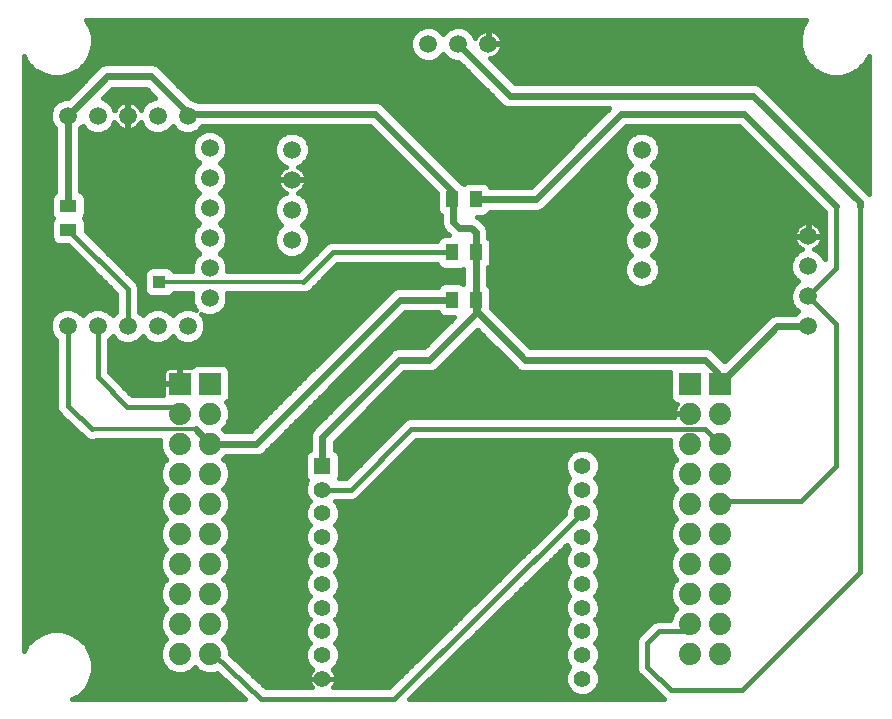
<source format=gbl>
G75*
%MOIN*%
%OFA0B0*%
%FSLAX25Y25*%
%IPPOS*%
%LPD*%
%AMOC8*
5,1,8,0,0,1.08239X$1,22.5*
%
%ADD10R,0.07400X0.07400*%
%ADD11C,0.07400*%
%ADD12C,0.05937*%
%ADD13R,0.04331X0.05512*%
%ADD14R,0.05512X0.04331*%
%ADD15C,0.05600*%
%ADD16R,0.05600X0.05600*%
%ADD17C,0.02400*%
%ADD18C,0.01600*%
%ADD19C,0.01200*%
%ADD20R,0.04356X0.04356*%
D10*
X0131804Y0111800D03*
X0141804Y0111800D03*
X0301804Y0111800D03*
X0311804Y0111800D03*
D11*
X0311804Y0101800D03*
X0301804Y0101800D03*
X0301804Y0091800D03*
X0311804Y0091800D03*
X0311804Y0081800D03*
X0301804Y0081800D03*
X0301804Y0071800D03*
X0311804Y0071800D03*
X0311804Y0061800D03*
X0301804Y0061800D03*
X0301804Y0051800D03*
X0311804Y0051800D03*
X0311804Y0041800D03*
X0301804Y0041800D03*
X0301804Y0031800D03*
X0311804Y0031800D03*
X0311804Y0021800D03*
X0301804Y0021800D03*
X0141804Y0021800D03*
X0131804Y0021800D03*
X0131804Y0031800D03*
X0131804Y0041800D03*
X0131804Y0051800D03*
X0131804Y0061800D03*
X0131804Y0071800D03*
X0131804Y0081800D03*
X0131804Y0091800D03*
X0131804Y0101800D03*
X0141804Y0101800D03*
X0141804Y0091800D03*
X0141804Y0081800D03*
X0141804Y0071800D03*
X0141804Y0061800D03*
X0141804Y0051800D03*
X0141804Y0041800D03*
X0141804Y0031800D03*
D12*
X0134383Y0131190D03*
X0124383Y0131190D03*
X0114383Y0131190D03*
X0104383Y0131190D03*
X0094383Y0131190D03*
X0141706Y0140402D03*
X0141706Y0150402D03*
X0141706Y0160402D03*
X0141706Y0170402D03*
X0141706Y0180402D03*
X0141706Y0190402D03*
X0134383Y0201190D03*
X0124383Y0201190D03*
X0114383Y0201190D03*
X0104383Y0201190D03*
X0094383Y0201190D03*
X0169100Y0189883D03*
X0169100Y0179883D03*
X0169100Y0169883D03*
X0169100Y0159883D03*
X0214560Y0225146D03*
X0224560Y0225146D03*
X0234560Y0225146D03*
X0285793Y0189883D03*
X0285793Y0179883D03*
X0285793Y0169883D03*
X0285793Y0159883D03*
X0285793Y0149883D03*
X0341233Y0150969D03*
X0341233Y0140969D03*
X0341233Y0130969D03*
X0341233Y0160969D03*
D13*
X0230434Y0155595D03*
X0222560Y0155595D03*
X0222560Y0139847D03*
X0230434Y0139847D03*
X0230434Y0173343D03*
X0222560Y0173343D03*
D14*
X0094639Y0171091D03*
X0094639Y0163217D03*
D15*
X0179347Y0076580D03*
X0179347Y0068706D03*
X0179347Y0060831D03*
X0179347Y0052957D03*
X0179347Y0045083D03*
X0179347Y0037209D03*
X0179347Y0029335D03*
X0179347Y0021461D03*
X0179347Y0013587D03*
X0265961Y0013587D03*
X0265961Y0021461D03*
X0265961Y0029335D03*
X0265961Y0037209D03*
X0265961Y0045083D03*
X0265961Y0052957D03*
X0265961Y0060831D03*
X0265961Y0068706D03*
X0265961Y0076580D03*
X0265961Y0084454D03*
D16*
X0179347Y0084454D03*
D17*
X0179347Y0094193D01*
X0204954Y0119800D01*
X0214954Y0119800D01*
X0230954Y0135800D01*
X0230954Y0139328D01*
X0230434Y0139847D01*
X0230434Y0155595D01*
X0230434Y0162320D01*
X0228954Y0163800D01*
X0224954Y0163800D01*
X0222954Y0165800D01*
X0222954Y0172950D01*
X0222560Y0173343D01*
X0222560Y0176194D01*
X0196954Y0201800D01*
X0134993Y0201800D01*
X0134383Y0201190D01*
X0134383Y0202213D01*
X0122198Y0214398D01*
X0107592Y0214398D01*
X0094383Y0201190D01*
X0094383Y0171347D01*
X0094639Y0171091D01*
X0137316Y0096682D02*
X0141804Y0091800D01*
X0157080Y0091800D01*
X0205127Y0139847D01*
X0222560Y0139847D01*
X0230434Y0139847D02*
X0230434Y0136320D01*
X0246954Y0119800D01*
X0306954Y0119800D01*
X0310954Y0115800D01*
X0310954Y0112650D01*
X0311804Y0111800D01*
X0330974Y0130969D01*
X0341233Y0130969D01*
X0350544Y0171091D02*
X0319836Y0201800D01*
X0278954Y0201800D01*
X0250497Y0173343D01*
X0230434Y0173343D01*
X0241907Y0207800D02*
X0224560Y0225146D01*
X0241907Y0207800D02*
X0322954Y0207800D01*
X0358419Y0172335D01*
X0358419Y0171091D01*
D18*
X0079754Y0221005D02*
X0079754Y0022752D01*
X0081033Y0024967D01*
X0083283Y0027217D01*
X0086038Y0028808D01*
X0089111Y0029631D01*
X0092293Y0029631D01*
X0095366Y0028808D01*
X0098121Y0027217D01*
X0100371Y0024967D01*
X0101962Y0022212D01*
X0102785Y0019139D01*
X0102785Y0015957D01*
X0101962Y0012884D01*
X0100371Y0010129D01*
X0098121Y0007879D01*
X0095906Y0006600D01*
X0153611Y0006600D01*
X0144113Y0015504D01*
X0143137Y0015100D01*
X0140472Y0015100D01*
X0138009Y0016120D01*
X0136804Y0017325D01*
X0135600Y0016120D01*
X0133137Y0015100D01*
X0130472Y0015100D01*
X0128009Y0016120D01*
X0126124Y0018005D01*
X0125104Y0020467D01*
X0125104Y0023133D01*
X0126124Y0025595D01*
X0127329Y0026800D01*
X0126124Y0028005D01*
X0125104Y0030467D01*
X0125104Y0033133D01*
X0126124Y0035595D01*
X0127329Y0036800D01*
X0126124Y0038005D01*
X0125104Y0040467D01*
X0125104Y0043133D01*
X0126124Y0045595D01*
X0127329Y0046800D01*
X0126124Y0048005D01*
X0125104Y0050467D01*
X0125104Y0053133D01*
X0126124Y0055595D01*
X0127329Y0056800D01*
X0126124Y0058005D01*
X0125104Y0060467D01*
X0125104Y0063133D01*
X0126124Y0065595D01*
X0127329Y0066800D01*
X0126124Y0068005D01*
X0125104Y0070467D01*
X0125104Y0073133D01*
X0126124Y0075595D01*
X0127329Y0076800D01*
X0126124Y0078005D01*
X0125104Y0080467D01*
X0125104Y0083133D01*
X0126124Y0085595D01*
X0127329Y0086800D01*
X0126124Y0088005D01*
X0125104Y0090467D01*
X0125104Y0093082D01*
X0103769Y0093082D01*
X0103363Y0092902D01*
X0101852Y0092864D01*
X0100441Y0093408D01*
X0092276Y0101178D01*
X0092231Y0101197D01*
X0091729Y0101698D01*
X0091216Y0102186D01*
X0091196Y0102231D01*
X0091162Y0102266D01*
X0090890Y0102920D01*
X0090603Y0103568D01*
X0090602Y0103617D01*
X0090583Y0103662D01*
X0090583Y0104371D01*
X0090565Y0105079D01*
X0090583Y0105125D01*
X0090583Y0126549D01*
X0089323Y0127809D01*
X0088415Y0130003D01*
X0088415Y0132377D01*
X0089323Y0134571D01*
X0091002Y0136250D01*
X0093196Y0137158D01*
X0095570Y0137158D01*
X0097764Y0136250D01*
X0099383Y0134630D01*
X0101002Y0136250D01*
X0103196Y0137158D01*
X0105570Y0137158D01*
X0107764Y0136250D01*
X0109383Y0134630D01*
X0110583Y0135830D01*
X0110583Y0141899D01*
X0094430Y0158052D01*
X0091286Y0158052D01*
X0090184Y0158509D01*
X0089340Y0159353D01*
X0088883Y0160455D01*
X0088883Y0165979D01*
X0089340Y0167082D01*
X0089412Y0167154D01*
X0089340Y0167227D01*
X0088883Y0168329D01*
X0088883Y0173853D01*
X0089340Y0174956D01*
X0090183Y0175799D01*
X0090183Y0196949D01*
X0089323Y0197809D01*
X0088415Y0200003D01*
X0088415Y0202377D01*
X0089323Y0204571D01*
X0091002Y0206250D01*
X0093196Y0207158D01*
X0094412Y0207158D01*
X0104031Y0216778D01*
X0105213Y0217959D01*
X0106756Y0218598D01*
X0123033Y0218598D01*
X0124577Y0217959D01*
X0135378Y0207158D01*
X0135570Y0207158D01*
X0137764Y0206250D01*
X0138014Y0206000D01*
X0197789Y0206000D01*
X0199333Y0205361D01*
X0200515Y0204179D01*
X0225787Y0178907D01*
X0226425Y0178642D01*
X0226497Y0178570D01*
X0226570Y0178642D01*
X0227672Y0179099D01*
X0233196Y0179099D01*
X0234299Y0178642D01*
X0235143Y0177799D01*
X0235249Y0177543D01*
X0248758Y0177543D01*
X0274814Y0203600D01*
X0241071Y0203600D01*
X0239528Y0204239D01*
X0224589Y0219178D01*
X0223373Y0219178D01*
X0221179Y0220087D01*
X0219560Y0221706D01*
X0217941Y0220087D01*
X0215747Y0219178D01*
X0213373Y0219178D01*
X0211179Y0220087D01*
X0209500Y0221766D01*
X0208592Y0223959D01*
X0208592Y0226334D01*
X0209500Y0228527D01*
X0211179Y0230206D01*
X0213373Y0231115D01*
X0215747Y0231115D01*
X0217941Y0230206D01*
X0219560Y0228587D01*
X0221179Y0230206D01*
X0223373Y0231115D01*
X0225747Y0231115D01*
X0227941Y0230206D01*
X0229620Y0228527D01*
X0230208Y0227108D01*
X0230482Y0227646D01*
X0230923Y0228253D01*
X0231454Y0228784D01*
X0232061Y0229225D01*
X0232730Y0229566D01*
X0233444Y0229798D01*
X0234185Y0229915D01*
X0234376Y0229915D01*
X0234376Y0225331D01*
X0234744Y0225331D01*
X0234744Y0229915D01*
X0234936Y0229915D01*
X0235677Y0229798D01*
X0236391Y0229566D01*
X0237059Y0229225D01*
X0237667Y0228784D01*
X0238197Y0228253D01*
X0238639Y0227646D01*
X0238979Y0226977D01*
X0239211Y0226263D01*
X0239329Y0225522D01*
X0239329Y0225331D01*
X0234745Y0225331D01*
X0234745Y0224962D01*
X0239329Y0224962D01*
X0239329Y0224771D01*
X0239211Y0224030D01*
X0238979Y0223316D01*
X0238639Y0222647D01*
X0238197Y0222040D01*
X0237667Y0221509D01*
X0237059Y0221068D01*
X0236391Y0220727D01*
X0235677Y0220495D01*
X0235223Y0220423D01*
X0243646Y0212000D01*
X0323789Y0212000D01*
X0325333Y0211361D01*
X0326515Y0210179D01*
X0361493Y0175201D01*
X0361493Y0221005D01*
X0360214Y0218790D01*
X0357964Y0216540D01*
X0355209Y0214949D01*
X0352135Y0214126D01*
X0348954Y0214126D01*
X0345880Y0214949D01*
X0343125Y0216540D01*
X0340875Y0218790D01*
X0339284Y0221545D01*
X0338461Y0224619D01*
X0338461Y0227800D01*
X0339284Y0230873D01*
X0340640Y0233220D01*
X0100607Y0233220D01*
X0101962Y0230873D01*
X0102785Y0227800D01*
X0102785Y0224619D01*
X0101962Y0221545D01*
X0100371Y0218790D01*
X0098121Y0216540D01*
X0095366Y0214949D01*
X0092293Y0214126D01*
X0089111Y0214126D01*
X0086038Y0214949D01*
X0083283Y0216540D01*
X0081033Y0218790D01*
X0079754Y0221005D01*
X0079754Y0220796D02*
X0079875Y0220796D01*
X0079754Y0219198D02*
X0080798Y0219198D01*
X0079754Y0217599D02*
X0082224Y0217599D01*
X0084217Y0216001D02*
X0079754Y0216001D01*
X0079754Y0214402D02*
X0088081Y0214402D01*
X0093323Y0214402D02*
X0101656Y0214402D01*
X0103254Y0216001D02*
X0097187Y0216001D01*
X0099180Y0217599D02*
X0104853Y0217599D01*
X0100606Y0219198D02*
X0213326Y0219198D01*
X0215795Y0219198D02*
X0223326Y0219198D01*
X0226168Y0217599D02*
X0124937Y0217599D01*
X0126536Y0216001D02*
X0227766Y0216001D01*
X0229365Y0214402D02*
X0128134Y0214402D01*
X0129733Y0212803D02*
X0230963Y0212803D01*
X0232562Y0211205D02*
X0131331Y0211205D01*
X0132930Y0209606D02*
X0234161Y0209606D01*
X0235759Y0208008D02*
X0134528Y0208008D01*
X0137378Y0206409D02*
X0237358Y0206409D01*
X0238956Y0204811D02*
X0199883Y0204811D01*
X0201481Y0203212D02*
X0274427Y0203212D01*
X0272828Y0201614D02*
X0203080Y0201614D01*
X0204678Y0200015D02*
X0271230Y0200015D01*
X0269631Y0198417D02*
X0206277Y0198417D01*
X0207875Y0196818D02*
X0268033Y0196818D01*
X0266434Y0195220D02*
X0209474Y0195220D01*
X0211072Y0193621D02*
X0264836Y0193621D01*
X0263237Y0192023D02*
X0212671Y0192023D01*
X0214269Y0190424D02*
X0261639Y0190424D01*
X0260040Y0188826D02*
X0215868Y0188826D01*
X0217466Y0187227D02*
X0258442Y0187227D01*
X0256843Y0185629D02*
X0219065Y0185629D01*
X0220663Y0184030D02*
X0255245Y0184030D01*
X0253646Y0182432D02*
X0222262Y0182432D01*
X0223860Y0180833D02*
X0252048Y0180833D01*
X0250449Y0179235D02*
X0225459Y0179235D01*
X0217395Y0175419D02*
X0217395Y0169991D01*
X0217852Y0168888D01*
X0218696Y0168044D01*
X0218754Y0168020D01*
X0218754Y0164965D01*
X0219393Y0163421D01*
X0220575Y0162239D01*
X0221463Y0161351D01*
X0219798Y0161351D01*
X0218696Y0160894D01*
X0217852Y0160051D01*
X0217580Y0159395D01*
X0181993Y0159395D01*
X0180597Y0158817D01*
X0171180Y0149400D01*
X0147674Y0149400D01*
X0147674Y0151590D01*
X0146766Y0153783D01*
X0145147Y0155402D01*
X0146766Y0157021D01*
X0147674Y0159215D01*
X0147674Y0161590D01*
X0146766Y0163783D01*
X0145147Y0165402D01*
X0146766Y0167021D01*
X0147674Y0169215D01*
X0147674Y0171590D01*
X0146766Y0173783D01*
X0145147Y0175402D01*
X0146766Y0177021D01*
X0147674Y0179215D01*
X0147674Y0181590D01*
X0146766Y0183783D01*
X0145147Y0185402D01*
X0146766Y0187021D01*
X0147674Y0189215D01*
X0147674Y0191590D01*
X0146766Y0193783D01*
X0145087Y0195462D01*
X0142893Y0196371D01*
X0140519Y0196371D01*
X0138325Y0195462D01*
X0136646Y0193783D01*
X0135737Y0191590D01*
X0135737Y0189215D01*
X0136646Y0187021D01*
X0138265Y0185402D01*
X0136646Y0183783D01*
X0135737Y0181590D01*
X0135737Y0179215D01*
X0136646Y0177021D01*
X0138265Y0175402D01*
X0136646Y0173783D01*
X0135737Y0171590D01*
X0135737Y0169215D01*
X0136646Y0167021D01*
X0138265Y0165402D01*
X0136646Y0163783D01*
X0135737Y0161590D01*
X0135737Y0159215D01*
X0136646Y0157021D01*
X0138265Y0155402D01*
X0136646Y0153783D01*
X0135737Y0151590D01*
X0135737Y0149400D01*
X0129790Y0149400D01*
X0129675Y0149677D01*
X0128831Y0150521D01*
X0127729Y0150978D01*
X0122179Y0150978D01*
X0121077Y0150521D01*
X0120233Y0149677D01*
X0119776Y0148575D01*
X0119776Y0143025D01*
X0120233Y0141923D01*
X0121077Y0141079D01*
X0122179Y0140622D01*
X0127729Y0140622D01*
X0128831Y0141079D01*
X0129675Y0141923D01*
X0129790Y0142200D01*
X0135990Y0142200D01*
X0135737Y0141590D01*
X0135737Y0139215D01*
X0136646Y0137021D01*
X0137173Y0136494D01*
X0135570Y0137158D01*
X0133196Y0137158D01*
X0131002Y0136250D01*
X0129383Y0134630D01*
X0127764Y0136250D01*
X0125570Y0137158D01*
X0123196Y0137158D01*
X0121002Y0136250D01*
X0119383Y0134630D01*
X0118183Y0135830D01*
X0118183Y0144229D01*
X0117605Y0145626D01*
X0116536Y0146695D01*
X0100395Y0162835D01*
X0100395Y0165979D01*
X0099938Y0167082D01*
X0099866Y0167154D01*
X0099938Y0167227D01*
X0100395Y0168329D01*
X0100395Y0173853D01*
X0099938Y0174956D01*
X0099094Y0175800D01*
X0098583Y0176012D01*
X0098583Y0196949D01*
X0099383Y0197749D01*
X0101002Y0196130D01*
X0103196Y0195221D01*
X0105570Y0195221D01*
X0107764Y0196130D01*
X0109443Y0197809D01*
X0110031Y0199228D01*
X0110305Y0198691D01*
X0110746Y0198083D01*
X0111277Y0197553D01*
X0111884Y0197111D01*
X0112553Y0196771D01*
X0113266Y0196539D01*
X0114008Y0196421D01*
X0114199Y0196421D01*
X0114199Y0201005D01*
X0114567Y0201005D01*
X0114567Y0196421D01*
X0114758Y0196421D01*
X0115500Y0196539D01*
X0116214Y0196771D01*
X0116882Y0197111D01*
X0117490Y0197553D01*
X0118020Y0198083D01*
X0118461Y0198691D01*
X0118735Y0199228D01*
X0119323Y0197809D01*
X0121002Y0196130D01*
X0123196Y0195221D01*
X0125570Y0195221D01*
X0127764Y0196130D01*
X0129383Y0197749D01*
X0131002Y0196130D01*
X0133196Y0195221D01*
X0135570Y0195221D01*
X0137764Y0196130D01*
X0139234Y0197600D01*
X0195214Y0197600D01*
X0217395Y0175419D01*
X0216777Y0176038D02*
X0171920Y0176038D01*
X0172206Y0176245D02*
X0172737Y0176776D01*
X0173178Y0177383D01*
X0173519Y0178052D01*
X0173751Y0178766D01*
X0173868Y0179507D01*
X0173868Y0179698D01*
X0169284Y0179698D01*
X0169284Y0180067D01*
X0173868Y0180067D01*
X0173868Y0180258D01*
X0173751Y0180999D01*
X0173519Y0181713D01*
X0173178Y0182382D01*
X0172737Y0182989D01*
X0172206Y0183520D01*
X0171599Y0183961D01*
X0171061Y0184235D01*
X0172480Y0184823D01*
X0174159Y0186502D01*
X0175068Y0188695D01*
X0175068Y0191070D01*
X0174159Y0193264D01*
X0172480Y0194943D01*
X0170287Y0195851D01*
X0167912Y0195851D01*
X0165719Y0194943D01*
X0164040Y0193264D01*
X0163131Y0191070D01*
X0163131Y0188695D01*
X0164040Y0186502D01*
X0165719Y0184823D01*
X0167138Y0184235D01*
X0166600Y0183961D01*
X0165993Y0183520D01*
X0165462Y0182989D01*
X0165021Y0182382D01*
X0164680Y0181713D01*
X0164449Y0180999D01*
X0164331Y0180258D01*
X0164331Y0180067D01*
X0168915Y0180067D01*
X0168915Y0179698D01*
X0164331Y0179698D01*
X0164331Y0179507D01*
X0164449Y0178766D01*
X0164680Y0178052D01*
X0165021Y0177383D01*
X0165462Y0176776D01*
X0165993Y0176245D01*
X0166600Y0175804D01*
X0167138Y0175530D01*
X0165719Y0174943D01*
X0164040Y0173264D01*
X0163131Y0171070D01*
X0163131Y0168695D01*
X0164040Y0166502D01*
X0165659Y0164883D01*
X0164040Y0163264D01*
X0163131Y0161070D01*
X0163131Y0158695D01*
X0164040Y0156502D01*
X0165719Y0154823D01*
X0167912Y0153914D01*
X0170287Y0153914D01*
X0172480Y0154823D01*
X0174159Y0156502D01*
X0175068Y0158695D01*
X0175068Y0161070D01*
X0174159Y0163264D01*
X0172540Y0164883D01*
X0174159Y0166502D01*
X0175068Y0168695D01*
X0175068Y0171070D01*
X0174159Y0173264D01*
X0172480Y0174943D01*
X0171061Y0175530D01*
X0171599Y0175804D01*
X0172206Y0176245D01*
X0173307Y0177636D02*
X0215178Y0177636D01*
X0213579Y0179235D02*
X0173825Y0179235D01*
X0173777Y0180833D02*
X0211981Y0180833D01*
X0210382Y0182432D02*
X0173142Y0182432D01*
X0171463Y0184030D02*
X0208784Y0184030D01*
X0207185Y0185629D02*
X0173286Y0185629D01*
X0174460Y0187227D02*
X0205587Y0187227D01*
X0203988Y0188826D02*
X0175068Y0188826D01*
X0175068Y0190424D02*
X0202390Y0190424D01*
X0200791Y0192023D02*
X0174673Y0192023D01*
X0173802Y0193621D02*
X0199193Y0193621D01*
X0197594Y0195220D02*
X0171811Y0195220D01*
X0166388Y0195220D02*
X0145329Y0195220D01*
X0146833Y0193621D02*
X0164398Y0193621D01*
X0163526Y0192023D02*
X0147495Y0192023D01*
X0147674Y0190424D02*
X0163131Y0190424D01*
X0163131Y0188826D02*
X0147513Y0188826D01*
X0146851Y0187227D02*
X0163739Y0187227D01*
X0164913Y0185629D02*
X0145373Y0185629D01*
X0146519Y0184030D02*
X0166736Y0184030D01*
X0165057Y0182432D02*
X0147326Y0182432D01*
X0147674Y0180833D02*
X0164422Y0180833D01*
X0164374Y0179235D02*
X0147674Y0179235D01*
X0147020Y0177636D02*
X0164892Y0177636D01*
X0166279Y0176038D02*
X0145782Y0176038D01*
X0146110Y0174439D02*
X0165215Y0174439D01*
X0163865Y0172841D02*
X0147156Y0172841D01*
X0147674Y0171242D02*
X0163202Y0171242D01*
X0163131Y0169644D02*
X0147674Y0169644D01*
X0147190Y0168045D02*
X0163400Y0168045D01*
X0164095Y0166447D02*
X0146191Y0166447D01*
X0145701Y0164848D02*
X0165624Y0164848D01*
X0164034Y0163250D02*
X0146987Y0163250D01*
X0147649Y0161651D02*
X0163372Y0161651D01*
X0163131Y0160053D02*
X0147674Y0160053D01*
X0147359Y0158454D02*
X0163231Y0158454D01*
X0163893Y0156856D02*
X0146600Y0156856D01*
X0145292Y0155257D02*
X0165284Y0155257D01*
X0172915Y0155257D02*
X0177037Y0155257D01*
X0175439Y0153659D02*
X0146817Y0153659D01*
X0147480Y0152060D02*
X0173840Y0152060D01*
X0172241Y0150462D02*
X0147674Y0150462D01*
X0138120Y0155257D02*
X0107973Y0155257D01*
X0106375Y0156856D02*
X0136812Y0156856D01*
X0136053Y0158454D02*
X0104776Y0158454D01*
X0103178Y0160053D02*
X0135737Y0160053D01*
X0135763Y0161651D02*
X0101579Y0161651D01*
X0100395Y0163250D02*
X0136425Y0163250D01*
X0137711Y0164848D02*
X0100395Y0164848D01*
X0100201Y0166447D02*
X0137221Y0166447D01*
X0136222Y0168045D02*
X0100277Y0168045D01*
X0100395Y0169644D02*
X0135737Y0169644D01*
X0135737Y0171242D02*
X0100395Y0171242D01*
X0100395Y0172841D02*
X0136256Y0172841D01*
X0137302Y0174439D02*
X0100152Y0174439D01*
X0098583Y0176038D02*
X0137630Y0176038D01*
X0136391Y0177636D02*
X0098583Y0177636D01*
X0098583Y0179235D02*
X0135737Y0179235D01*
X0135737Y0180833D02*
X0098583Y0180833D01*
X0098583Y0182432D02*
X0136086Y0182432D01*
X0136893Y0184030D02*
X0098583Y0184030D01*
X0098583Y0185629D02*
X0138039Y0185629D01*
X0136561Y0187227D02*
X0098583Y0187227D01*
X0098583Y0188826D02*
X0135899Y0188826D01*
X0135737Y0190424D02*
X0098583Y0190424D01*
X0098583Y0192023D02*
X0135917Y0192023D01*
X0136579Y0193621D02*
X0098583Y0193621D01*
X0098583Y0195220D02*
X0138083Y0195220D01*
X0138452Y0196818D02*
X0195996Y0196818D01*
X0210470Y0220796D02*
X0101529Y0220796D01*
X0102189Y0222395D02*
X0209240Y0222395D01*
X0208592Y0223993D02*
X0102618Y0223993D01*
X0102785Y0225592D02*
X0208592Y0225592D01*
X0208946Y0227190D02*
X0102785Y0227190D01*
X0102521Y0228789D02*
X0209762Y0228789D01*
X0211616Y0230387D02*
X0102092Y0230387D01*
X0101320Y0231986D02*
X0339927Y0231986D01*
X0339154Y0230387D02*
X0227505Y0230387D01*
X0229359Y0228789D02*
X0231461Y0228789D01*
X0230250Y0227190D02*
X0230174Y0227190D01*
X0234376Y0227190D02*
X0234744Y0227190D01*
X0234744Y0225592D02*
X0234376Y0225592D01*
X0234376Y0228789D02*
X0234744Y0228789D01*
X0237660Y0228789D02*
X0338726Y0228789D01*
X0338461Y0227190D02*
X0238871Y0227190D01*
X0239318Y0225592D02*
X0338461Y0225592D01*
X0338629Y0223993D02*
X0239199Y0223993D01*
X0238455Y0222395D02*
X0339057Y0222395D01*
X0339717Y0220796D02*
X0236526Y0220796D01*
X0236449Y0219198D02*
X0340640Y0219198D01*
X0342066Y0217599D02*
X0238047Y0217599D01*
X0239646Y0216001D02*
X0344060Y0216001D01*
X0347924Y0214402D02*
X0241244Y0214402D01*
X0242843Y0212803D02*
X0361493Y0212803D01*
X0361493Y0211205D02*
X0325489Y0211205D01*
X0327087Y0209606D02*
X0361493Y0209606D01*
X0361493Y0208008D02*
X0328686Y0208008D01*
X0330284Y0206409D02*
X0361493Y0206409D01*
X0361493Y0204811D02*
X0331883Y0204811D01*
X0333481Y0203212D02*
X0361493Y0203212D01*
X0361493Y0201614D02*
X0335080Y0201614D01*
X0336678Y0200015D02*
X0361493Y0200015D01*
X0361493Y0198417D02*
X0338277Y0198417D01*
X0339875Y0196818D02*
X0361493Y0196818D01*
X0361493Y0195220D02*
X0341474Y0195220D01*
X0343072Y0193621D02*
X0361493Y0193621D01*
X0361493Y0192023D02*
X0344671Y0192023D01*
X0346269Y0190424D02*
X0361493Y0190424D01*
X0361493Y0188826D02*
X0347868Y0188826D01*
X0349466Y0187227D02*
X0361493Y0187227D01*
X0361493Y0185629D02*
X0351065Y0185629D01*
X0352663Y0184030D02*
X0361493Y0184030D01*
X0361493Y0182432D02*
X0354262Y0182432D01*
X0355860Y0180833D02*
X0361493Y0180833D01*
X0361493Y0179235D02*
X0357459Y0179235D01*
X0359057Y0177636D02*
X0361493Y0177636D01*
X0361493Y0176038D02*
X0360656Y0176038D01*
X0358419Y0171091D02*
X0358419Y0049044D01*
X0319048Y0009674D01*
X0295426Y0009674D01*
X0287552Y0017548D01*
X0287552Y0025422D01*
X0291489Y0029359D01*
X0299363Y0029359D01*
X0301804Y0031800D01*
X0297329Y0036800D02*
X0296124Y0035595D01*
X0295115Y0033159D01*
X0290733Y0033159D01*
X0289337Y0032581D01*
X0288268Y0031512D01*
X0284331Y0027575D01*
X0283752Y0026178D01*
X0283752Y0016792D01*
X0284331Y0015395D01*
X0285400Y0014327D01*
X0293126Y0006600D01*
X0208270Y0006600D01*
X0260753Y0058249D01*
X0261044Y0057546D01*
X0261696Y0056894D01*
X0261044Y0056243D01*
X0260161Y0054111D01*
X0260161Y0051804D01*
X0261044Y0049672D01*
X0261696Y0049020D01*
X0261044Y0048369D01*
X0260161Y0046237D01*
X0260161Y0043930D01*
X0261044Y0041798D01*
X0261696Y0041146D01*
X0261044Y0040495D01*
X0260161Y0038363D01*
X0260161Y0036056D01*
X0261044Y0033924D01*
X0261696Y0033272D01*
X0261044Y0032621D01*
X0260161Y0030489D01*
X0260161Y0028182D01*
X0261044Y0026050D01*
X0261696Y0025398D01*
X0261044Y0024747D01*
X0260161Y0022615D01*
X0260161Y0020308D01*
X0261044Y0018176D01*
X0261696Y0017524D01*
X0261044Y0016873D01*
X0260161Y0014741D01*
X0260161Y0012434D01*
X0261044Y0010302D01*
X0262676Y0008670D01*
X0264807Y0007787D01*
X0267115Y0007787D01*
X0269246Y0008670D01*
X0270878Y0010302D01*
X0271761Y0012434D01*
X0271761Y0014741D01*
X0270878Y0016873D01*
X0270226Y0017524D01*
X0270878Y0018176D01*
X0271761Y0020308D01*
X0271761Y0022615D01*
X0270878Y0024747D01*
X0270226Y0025398D01*
X0270878Y0026050D01*
X0271761Y0028182D01*
X0271761Y0030489D01*
X0270878Y0032621D01*
X0270226Y0033272D01*
X0270878Y0033924D01*
X0271761Y0036056D01*
X0271761Y0038363D01*
X0270878Y0040495D01*
X0270226Y0041146D01*
X0270878Y0041798D01*
X0271761Y0043930D01*
X0271761Y0046237D01*
X0270878Y0048369D01*
X0270226Y0049020D01*
X0270878Y0049672D01*
X0271761Y0051804D01*
X0271761Y0054111D01*
X0270878Y0056243D01*
X0270226Y0056894D01*
X0270878Y0057546D01*
X0271761Y0059678D01*
X0271761Y0061985D01*
X0270878Y0064117D01*
X0270226Y0064768D01*
X0270878Y0065420D01*
X0271761Y0067552D01*
X0271761Y0069859D01*
X0270878Y0071991D01*
X0270226Y0072643D01*
X0270878Y0073294D01*
X0271761Y0075426D01*
X0271761Y0077733D01*
X0270878Y0079865D01*
X0270226Y0080517D01*
X0270878Y0081168D01*
X0271761Y0083300D01*
X0271761Y0085607D01*
X0270878Y0087739D01*
X0269246Y0089371D01*
X0267115Y0090254D01*
X0264807Y0090254D01*
X0262676Y0089371D01*
X0261044Y0087739D01*
X0260161Y0085607D01*
X0260161Y0083300D01*
X0261044Y0081168D01*
X0261696Y0080517D01*
X0261044Y0079865D01*
X0260161Y0077733D01*
X0260161Y0075426D01*
X0261044Y0073294D01*
X0261696Y0072643D01*
X0261044Y0071991D01*
X0260161Y0069859D01*
X0260161Y0068329D01*
X0201499Y0010600D01*
X0182862Y0010600D01*
X0183281Y0011176D01*
X0183610Y0011822D01*
X0183834Y0012510D01*
X0183947Y0013225D01*
X0183947Y0013587D01*
X0179347Y0013587D01*
X0179347Y0013587D01*
X0174747Y0013587D01*
X0174747Y0013225D01*
X0174860Y0012510D01*
X0175084Y0011822D01*
X0175413Y0011176D01*
X0175831Y0010600D01*
X0160457Y0010600D01*
X0148504Y0021805D01*
X0148504Y0023133D01*
X0147484Y0025595D01*
X0146280Y0026800D01*
X0147484Y0028005D01*
X0148504Y0030467D01*
X0148504Y0033133D01*
X0147484Y0035595D01*
X0146280Y0036800D01*
X0147484Y0038005D01*
X0148504Y0040467D01*
X0148504Y0043133D01*
X0147484Y0045595D01*
X0146280Y0046800D01*
X0147484Y0048005D01*
X0148504Y0050467D01*
X0148504Y0053133D01*
X0147484Y0055595D01*
X0146280Y0056800D01*
X0147484Y0058005D01*
X0148504Y0060467D01*
X0148504Y0063133D01*
X0147484Y0065595D01*
X0146280Y0066800D01*
X0147484Y0068005D01*
X0148504Y0070467D01*
X0148504Y0073133D01*
X0147484Y0075595D01*
X0146280Y0076800D01*
X0147484Y0078005D01*
X0148504Y0080467D01*
X0148504Y0083133D01*
X0147484Y0085595D01*
X0146280Y0086800D01*
X0147080Y0087600D01*
X0157915Y0087600D01*
X0159459Y0088239D01*
X0206867Y0135647D01*
X0217746Y0135647D01*
X0217852Y0135392D01*
X0218696Y0134548D01*
X0219798Y0134091D01*
X0223306Y0134091D01*
X0213214Y0124000D01*
X0204118Y0124000D01*
X0202575Y0123361D01*
X0201393Y0122179D01*
X0176968Y0097753D01*
X0176968Y0097753D01*
X0175786Y0096572D01*
X0175147Y0095028D01*
X0175147Y0089921D01*
X0174847Y0089797D01*
X0174004Y0088953D01*
X0173547Y0087850D01*
X0173547Y0081057D01*
X0174004Y0079954D01*
X0174331Y0079627D01*
X0173547Y0077733D01*
X0173547Y0075426D01*
X0174430Y0073294D01*
X0175081Y0072643D01*
X0174430Y0071991D01*
X0173547Y0069859D01*
X0173547Y0067552D01*
X0174430Y0065420D01*
X0175081Y0064768D01*
X0174430Y0064117D01*
X0173547Y0061985D01*
X0173547Y0059678D01*
X0174430Y0057546D01*
X0175081Y0056894D01*
X0174430Y0056243D01*
X0173547Y0054111D01*
X0173547Y0051804D01*
X0174430Y0049672D01*
X0175081Y0049020D01*
X0174430Y0048369D01*
X0173547Y0046237D01*
X0173547Y0043930D01*
X0174430Y0041798D01*
X0175081Y0041146D01*
X0174430Y0040495D01*
X0173547Y0038363D01*
X0173547Y0036056D01*
X0174430Y0033924D01*
X0175081Y0033272D01*
X0174430Y0032621D01*
X0173547Y0030489D01*
X0173547Y0028182D01*
X0174430Y0026050D01*
X0175081Y0025398D01*
X0174430Y0024747D01*
X0173547Y0022615D01*
X0173547Y0020308D01*
X0174430Y0018176D01*
X0175930Y0016676D01*
X0175838Y0016584D01*
X0175413Y0015998D01*
X0175084Y0015353D01*
X0174860Y0014665D01*
X0174747Y0013949D01*
X0174747Y0013587D01*
X0179347Y0013587D01*
X0179347Y0013587D01*
X0183947Y0013587D01*
X0183947Y0013949D01*
X0183834Y0014665D01*
X0183610Y0015353D01*
X0183281Y0015998D01*
X0182856Y0016584D01*
X0182764Y0016676D01*
X0184264Y0018176D01*
X0185147Y0020308D01*
X0185147Y0022615D01*
X0184264Y0024747D01*
X0183612Y0025398D01*
X0184264Y0026050D01*
X0185147Y0028182D01*
X0185147Y0030489D01*
X0184264Y0032621D01*
X0183612Y0033272D01*
X0184264Y0033924D01*
X0185147Y0036056D01*
X0185147Y0038363D01*
X0184264Y0040495D01*
X0183612Y0041146D01*
X0184264Y0041798D01*
X0185147Y0043930D01*
X0185147Y0046237D01*
X0184264Y0048369D01*
X0183612Y0049020D01*
X0184264Y0049672D01*
X0185147Y0051804D01*
X0185147Y0054111D01*
X0184264Y0056243D01*
X0183612Y0056894D01*
X0184264Y0057546D01*
X0185147Y0059678D01*
X0185147Y0061985D01*
X0184264Y0064117D01*
X0183612Y0064768D01*
X0184264Y0065420D01*
X0185147Y0067552D01*
X0185147Y0069859D01*
X0184264Y0071991D01*
X0183612Y0072643D01*
X0183749Y0072780D01*
X0189489Y0072780D01*
X0190886Y0073358D01*
X0191955Y0074427D01*
X0210528Y0093000D01*
X0295104Y0093000D01*
X0295104Y0090467D01*
X0296124Y0088005D01*
X0297329Y0086800D01*
X0296124Y0085595D01*
X0295104Y0083133D01*
X0295104Y0080467D01*
X0296124Y0078005D01*
X0297329Y0076800D01*
X0296124Y0075595D01*
X0295104Y0073133D01*
X0295104Y0070467D01*
X0296124Y0068005D01*
X0297329Y0066800D01*
X0296124Y0065595D01*
X0295104Y0063133D01*
X0295104Y0060467D01*
X0296124Y0058005D01*
X0297329Y0056800D01*
X0296124Y0055595D01*
X0295104Y0053133D01*
X0295104Y0050467D01*
X0296124Y0048005D01*
X0297329Y0046800D01*
X0296124Y0045595D01*
X0295104Y0043133D01*
X0295104Y0040467D01*
X0296124Y0038005D01*
X0297329Y0036800D01*
X0297162Y0036967D02*
X0271761Y0036967D01*
X0271677Y0038566D02*
X0295892Y0038566D01*
X0295230Y0040164D02*
X0271015Y0040164D01*
X0270843Y0041763D02*
X0295104Y0041763D01*
X0295199Y0043361D02*
X0271526Y0043361D01*
X0271761Y0044960D02*
X0295861Y0044960D01*
X0297087Y0046558D02*
X0271628Y0046558D01*
X0270966Y0048157D02*
X0296061Y0048157D01*
X0295399Y0049755D02*
X0270913Y0049755D01*
X0271575Y0051354D02*
X0295104Y0051354D01*
X0295104Y0052952D02*
X0271761Y0052952D01*
X0271579Y0054551D02*
X0295692Y0054551D01*
X0296678Y0056149D02*
X0270917Y0056149D01*
X0270962Y0057748D02*
X0296381Y0057748D01*
X0295569Y0059346D02*
X0271624Y0059346D01*
X0271761Y0060945D02*
X0295104Y0060945D01*
X0295104Y0062543D02*
X0271530Y0062543D01*
X0270853Y0064142D02*
X0295522Y0064142D01*
X0296270Y0065740D02*
X0271011Y0065740D01*
X0271673Y0067339D02*
X0296790Y0067339D01*
X0295738Y0068937D02*
X0271761Y0068937D01*
X0271481Y0070536D02*
X0295104Y0070536D01*
X0295104Y0072134D02*
X0270734Y0072134D01*
X0271060Y0073733D02*
X0295353Y0073733D01*
X0296015Y0075332D02*
X0271722Y0075332D01*
X0271761Y0076930D02*
X0297199Y0076930D01*
X0295907Y0078529D02*
X0271432Y0078529D01*
X0270616Y0080127D02*
X0295245Y0080127D01*
X0295104Y0081726D02*
X0271109Y0081726D01*
X0271761Y0083324D02*
X0295184Y0083324D01*
X0295846Y0084923D02*
X0271761Y0084923D01*
X0271382Y0086521D02*
X0297050Y0086521D01*
X0296077Y0088120D02*
X0270497Y0088120D01*
X0268407Y0089718D02*
X0295415Y0089718D01*
X0295104Y0091317D02*
X0208845Y0091317D01*
X0210443Y0092915D02*
X0295104Y0092915D01*
X0296426Y0100600D02*
X0208198Y0100600D01*
X0206801Y0100021D01*
X0187159Y0080380D01*
X0184866Y0080380D01*
X0185147Y0081057D01*
X0185147Y0087850D01*
X0184690Y0088953D01*
X0183846Y0089797D01*
X0183547Y0089921D01*
X0183547Y0092453D01*
X0206694Y0115600D01*
X0215789Y0115600D01*
X0217333Y0116239D01*
X0230954Y0129860D01*
X0243393Y0117421D01*
X0244575Y0116239D01*
X0246118Y0115600D01*
X0295104Y0115600D01*
X0295104Y0107503D01*
X0295561Y0106401D01*
X0296405Y0105557D01*
X0297428Y0105133D01*
X0297100Y0104683D01*
X0296707Y0103911D01*
X0296440Y0103088D01*
X0296304Y0102233D01*
X0296304Y0102000D01*
X0301604Y0102000D01*
X0301604Y0101600D01*
X0296304Y0101600D01*
X0296304Y0101367D01*
X0296426Y0100600D01*
X0296377Y0100908D02*
X0192001Y0100908D01*
X0190403Y0099309D02*
X0206089Y0099309D01*
X0204491Y0097711D02*
X0188804Y0097711D01*
X0187206Y0096112D02*
X0202892Y0096112D01*
X0201294Y0094514D02*
X0185607Y0094514D01*
X0184009Y0092915D02*
X0199695Y0092915D01*
X0198097Y0091317D02*
X0183547Y0091317D01*
X0183925Y0089718D02*
X0196498Y0089718D01*
X0194900Y0088120D02*
X0185035Y0088120D01*
X0185147Y0086521D02*
X0193301Y0086521D01*
X0191703Y0084923D02*
X0185147Y0084923D01*
X0185147Y0083324D02*
X0190104Y0083324D01*
X0188505Y0081726D02*
X0185147Y0081726D01*
X0188733Y0076580D02*
X0179347Y0076580D01*
X0180733Y0076580D01*
X0184120Y0072134D02*
X0261188Y0072134D01*
X0260862Y0073733D02*
X0191261Y0073733D01*
X0192859Y0075332D02*
X0260200Y0075332D01*
X0260161Y0076930D02*
X0194458Y0076930D01*
X0196056Y0078529D02*
X0260490Y0078529D01*
X0261306Y0080127D02*
X0197655Y0080127D01*
X0199254Y0081726D02*
X0260813Y0081726D01*
X0260161Y0083324D02*
X0200852Y0083324D01*
X0202451Y0084923D02*
X0260161Y0084923D01*
X0260540Y0086521D02*
X0204049Y0086521D01*
X0205648Y0088120D02*
X0261425Y0088120D01*
X0263515Y0089718D02*
X0207246Y0089718D01*
X0208954Y0096800D02*
X0188733Y0076580D01*
X0184867Y0070536D02*
X0260441Y0070536D01*
X0260161Y0068937D02*
X0185147Y0068937D01*
X0185059Y0067339D02*
X0259155Y0067339D01*
X0257530Y0065740D02*
X0184397Y0065740D01*
X0184239Y0064142D02*
X0255906Y0064142D01*
X0254282Y0062543D02*
X0184916Y0062543D01*
X0185147Y0060945D02*
X0252657Y0060945D01*
X0251033Y0059346D02*
X0185010Y0059346D01*
X0184347Y0057748D02*
X0249409Y0057748D01*
X0247784Y0056149D02*
X0184303Y0056149D01*
X0184965Y0054551D02*
X0246160Y0054551D01*
X0244536Y0052952D02*
X0185147Y0052952D01*
X0184960Y0051354D02*
X0242912Y0051354D01*
X0241287Y0049755D02*
X0184298Y0049755D01*
X0184352Y0048157D02*
X0239663Y0048157D01*
X0238038Y0046558D02*
X0185014Y0046558D01*
X0185147Y0044960D02*
X0236414Y0044960D01*
X0234790Y0043361D02*
X0184911Y0043361D01*
X0184229Y0041763D02*
X0233166Y0041763D01*
X0231541Y0040164D02*
X0184401Y0040164D01*
X0185063Y0038566D02*
X0229917Y0038566D01*
X0228293Y0036967D02*
X0185147Y0036967D01*
X0184862Y0035369D02*
X0226668Y0035369D01*
X0225044Y0033770D02*
X0184110Y0033770D01*
X0184450Y0032172D02*
X0223420Y0032172D01*
X0221795Y0030573D02*
X0185112Y0030573D01*
X0185147Y0028975D02*
X0220171Y0028975D01*
X0218547Y0027376D02*
X0184813Y0027376D01*
X0183992Y0025778D02*
X0216922Y0025778D01*
X0215298Y0024179D02*
X0184499Y0024179D01*
X0185147Y0022581D02*
X0213674Y0022581D01*
X0212049Y0020982D02*
X0185147Y0020982D01*
X0184764Y0019384D02*
X0210425Y0019384D01*
X0208801Y0017785D02*
X0183873Y0017785D01*
X0183144Y0016187D02*
X0207176Y0016187D01*
X0205552Y0014588D02*
X0183846Y0014588D01*
X0183909Y0012990D02*
X0203928Y0012990D01*
X0202303Y0011391D02*
X0183390Y0011391D01*
X0175303Y0011391D02*
X0159613Y0011391D01*
X0157908Y0012990D02*
X0174784Y0012990D01*
X0174848Y0014588D02*
X0156203Y0014588D01*
X0154498Y0016187D02*
X0175549Y0016187D01*
X0174821Y0017785D02*
X0152792Y0017785D01*
X0151087Y0019384D02*
X0173930Y0019384D01*
X0173547Y0020982D02*
X0149382Y0020982D01*
X0148504Y0022581D02*
X0173547Y0022581D01*
X0174195Y0024179D02*
X0148071Y0024179D01*
X0147302Y0025778D02*
X0174702Y0025778D01*
X0173881Y0027376D02*
X0146856Y0027376D01*
X0147886Y0028975D02*
X0173547Y0028975D01*
X0173582Y0030573D02*
X0148504Y0030573D01*
X0148504Y0032172D02*
X0174244Y0032172D01*
X0174584Y0033770D02*
X0148240Y0033770D01*
X0147578Y0035369D02*
X0173831Y0035369D01*
X0173547Y0036967D02*
X0146447Y0036967D01*
X0147717Y0038566D02*
X0173631Y0038566D01*
X0174293Y0040164D02*
X0148379Y0040164D01*
X0148504Y0041763D02*
X0174465Y0041763D01*
X0173782Y0043361D02*
X0148410Y0043361D01*
X0147748Y0044960D02*
X0173547Y0044960D01*
X0173680Y0046558D02*
X0146521Y0046558D01*
X0147547Y0048157D02*
X0174342Y0048157D01*
X0174395Y0049755D02*
X0148209Y0049755D01*
X0148504Y0051354D02*
X0173733Y0051354D01*
X0173547Y0052952D02*
X0148504Y0052952D01*
X0147917Y0054551D02*
X0173729Y0054551D01*
X0174391Y0056149D02*
X0146930Y0056149D01*
X0147227Y0057748D02*
X0174346Y0057748D01*
X0173684Y0059346D02*
X0148040Y0059346D01*
X0148504Y0060945D02*
X0173547Y0060945D01*
X0173778Y0062543D02*
X0148504Y0062543D01*
X0148086Y0064142D02*
X0174455Y0064142D01*
X0174297Y0065740D02*
X0147339Y0065740D01*
X0146819Y0067339D02*
X0173635Y0067339D01*
X0173547Y0068937D02*
X0147871Y0068937D01*
X0148504Y0070536D02*
X0173827Y0070536D01*
X0174573Y0072134D02*
X0148504Y0072134D01*
X0148256Y0073733D02*
X0174248Y0073733D01*
X0173586Y0075332D02*
X0147594Y0075332D01*
X0146410Y0076930D02*
X0173547Y0076930D01*
X0173876Y0078529D02*
X0147701Y0078529D01*
X0148363Y0080127D02*
X0173932Y0080127D01*
X0173547Y0081726D02*
X0148504Y0081726D01*
X0148425Y0083324D02*
X0173547Y0083324D01*
X0173547Y0084923D02*
X0147763Y0084923D01*
X0146558Y0086521D02*
X0173547Y0086521D01*
X0173658Y0088120D02*
X0159170Y0088120D01*
X0160938Y0089718D02*
X0174769Y0089718D01*
X0175147Y0091317D02*
X0162536Y0091317D01*
X0164135Y0092915D02*
X0175147Y0092915D01*
X0175147Y0094514D02*
X0165733Y0094514D01*
X0167332Y0096112D02*
X0175596Y0096112D01*
X0176925Y0097711D02*
X0168930Y0097711D01*
X0170529Y0099309D02*
X0178523Y0099309D01*
X0180122Y0100908D02*
X0172127Y0100908D01*
X0173726Y0102506D02*
X0181720Y0102506D01*
X0183319Y0104105D02*
X0175324Y0104105D01*
X0176923Y0105703D02*
X0184917Y0105703D01*
X0186516Y0107302D02*
X0178521Y0107302D01*
X0180120Y0108900D02*
X0188115Y0108900D01*
X0189713Y0110499D02*
X0181718Y0110499D01*
X0183317Y0112097D02*
X0191312Y0112097D01*
X0192910Y0113696D02*
X0184915Y0113696D01*
X0186514Y0115294D02*
X0194509Y0115294D01*
X0196107Y0116893D02*
X0188112Y0116893D01*
X0189711Y0118491D02*
X0197706Y0118491D01*
X0199304Y0120090D02*
X0191309Y0120090D01*
X0192908Y0121688D02*
X0200903Y0121688D01*
X0201393Y0122179D02*
X0201393Y0122179D01*
X0202501Y0123287D02*
X0194506Y0123287D01*
X0196105Y0124885D02*
X0214100Y0124885D01*
X0215698Y0126484D02*
X0197703Y0126484D01*
X0199302Y0128082D02*
X0217297Y0128082D01*
X0218895Y0129681D02*
X0200901Y0129681D01*
X0202499Y0131279D02*
X0220494Y0131279D01*
X0222092Y0132878D02*
X0204098Y0132878D01*
X0205696Y0134476D02*
X0218868Y0134476D01*
X0217746Y0144047D02*
X0204292Y0144047D01*
X0202748Y0143408D01*
X0201567Y0142226D01*
X0155340Y0096000D01*
X0147080Y0096000D01*
X0146280Y0096800D01*
X0147484Y0098005D01*
X0148504Y0100467D01*
X0148504Y0103133D01*
X0147484Y0105595D01*
X0147363Y0105716D01*
X0148048Y0106401D01*
X0148504Y0107503D01*
X0148504Y0116097D01*
X0148048Y0117199D01*
X0147204Y0118043D01*
X0146101Y0118500D01*
X0137508Y0118500D01*
X0136405Y0118043D01*
X0135662Y0117300D01*
X0132004Y0117300D01*
X0132004Y0112000D01*
X0131604Y0112000D01*
X0131604Y0111600D01*
X0126304Y0111600D01*
X0126304Y0107962D01*
X0115898Y0107962D01*
X0108183Y0115677D01*
X0108183Y0126549D01*
X0109383Y0127749D01*
X0111002Y0126130D01*
X0113196Y0125221D01*
X0115570Y0125221D01*
X0117764Y0126130D01*
X0119383Y0127749D01*
X0121002Y0126130D01*
X0123196Y0125221D01*
X0125570Y0125221D01*
X0127764Y0126130D01*
X0129383Y0127749D01*
X0131002Y0126130D01*
X0133196Y0125221D01*
X0135570Y0125221D01*
X0137764Y0126130D01*
X0139443Y0127809D01*
X0140352Y0130003D01*
X0140352Y0132377D01*
X0139443Y0134571D01*
X0138916Y0135098D01*
X0140519Y0134434D01*
X0142893Y0134434D01*
X0145087Y0135343D01*
X0146766Y0137021D01*
X0147674Y0139215D01*
X0147674Y0141590D01*
X0147422Y0142200D01*
X0171715Y0142200D01*
X0172198Y0142000D01*
X0173710Y0142000D01*
X0175106Y0142579D01*
X0184323Y0151795D01*
X0217580Y0151795D01*
X0217852Y0151140D01*
X0218696Y0150296D01*
X0219798Y0149839D01*
X0225322Y0149839D01*
X0226234Y0150217D01*
X0226234Y0145225D01*
X0225322Y0145603D01*
X0219798Y0145603D01*
X0218696Y0145146D01*
X0217852Y0144303D01*
X0217746Y0144047D01*
X0217754Y0144068D02*
X0176595Y0144068D01*
X0178194Y0145666D02*
X0226234Y0145666D01*
X0226234Y0147265D02*
X0179792Y0147265D01*
X0181391Y0148863D02*
X0226234Y0148863D01*
X0222560Y0155595D02*
X0182749Y0155595D01*
X0172954Y0145800D01*
X0174842Y0142469D02*
X0201809Y0142469D01*
X0200211Y0140870D02*
X0147674Y0140870D01*
X0147674Y0139272D02*
X0198612Y0139272D01*
X0197014Y0137673D02*
X0147036Y0137673D01*
X0145819Y0136075D02*
X0195415Y0136075D01*
X0193817Y0134476D02*
X0142996Y0134476D01*
X0140416Y0134476D02*
X0139482Y0134476D01*
X0140144Y0132878D02*
X0192218Y0132878D01*
X0190620Y0131279D02*
X0140352Y0131279D01*
X0140218Y0129681D02*
X0189021Y0129681D01*
X0187423Y0128082D02*
X0139556Y0128082D01*
X0138118Y0126484D02*
X0185824Y0126484D01*
X0184226Y0124885D02*
X0108183Y0124885D01*
X0108183Y0123287D02*
X0182627Y0123287D01*
X0181029Y0121688D02*
X0108183Y0121688D01*
X0108183Y0120090D02*
X0179430Y0120090D01*
X0177832Y0118491D02*
X0146122Y0118491D01*
X0148175Y0116893D02*
X0176233Y0116893D01*
X0174635Y0115294D02*
X0148504Y0115294D01*
X0148504Y0113696D02*
X0173036Y0113696D01*
X0171438Y0112097D02*
X0148504Y0112097D01*
X0148504Y0110499D02*
X0169839Y0110499D01*
X0168240Y0108900D02*
X0148504Y0108900D01*
X0148421Y0107302D02*
X0166642Y0107302D01*
X0165043Y0105703D02*
X0147376Y0105703D01*
X0148102Y0104105D02*
X0163445Y0104105D01*
X0161846Y0102506D02*
X0148504Y0102506D01*
X0148504Y0100908D02*
X0160248Y0100908D01*
X0158649Y0099309D02*
X0148025Y0099309D01*
X0147190Y0097711D02*
X0157051Y0097711D01*
X0155452Y0096112D02*
X0146967Y0096112D01*
X0131804Y0101800D02*
X0129442Y0104162D01*
X0114324Y0104162D01*
X0104383Y0114103D01*
X0104383Y0131190D01*
X0100828Y0136075D02*
X0097939Y0136075D01*
X0094383Y0131190D02*
X0094383Y0104418D01*
X0102513Y0096682D01*
X0099279Y0094514D02*
X0079754Y0094514D01*
X0079754Y0096112D02*
X0097599Y0096112D01*
X0095919Y0097711D02*
X0079754Y0097711D01*
X0079754Y0099309D02*
X0094240Y0099309D01*
X0092560Y0100908D02*
X0079754Y0100908D01*
X0079754Y0102506D02*
X0091062Y0102506D01*
X0090583Y0104105D02*
X0079754Y0104105D01*
X0079754Y0105703D02*
X0090583Y0105703D01*
X0090583Y0107302D02*
X0079754Y0107302D01*
X0079754Y0108900D02*
X0090583Y0108900D01*
X0090583Y0110499D02*
X0079754Y0110499D01*
X0079754Y0112097D02*
X0090583Y0112097D01*
X0090583Y0113696D02*
X0079754Y0113696D01*
X0079754Y0115294D02*
X0090583Y0115294D01*
X0090583Y0116893D02*
X0079754Y0116893D01*
X0079754Y0118491D02*
X0090583Y0118491D01*
X0090583Y0120090D02*
X0079754Y0120090D01*
X0079754Y0121688D02*
X0090583Y0121688D01*
X0090583Y0123287D02*
X0079754Y0123287D01*
X0079754Y0124885D02*
X0090583Y0124885D01*
X0090583Y0126484D02*
X0079754Y0126484D01*
X0079754Y0128082D02*
X0089210Y0128082D01*
X0088548Y0129681D02*
X0079754Y0129681D01*
X0079754Y0131279D02*
X0088415Y0131279D01*
X0088622Y0132878D02*
X0079754Y0132878D01*
X0079754Y0134476D02*
X0089284Y0134476D01*
X0090828Y0136075D02*
X0079754Y0136075D01*
X0079754Y0137673D02*
X0110583Y0137673D01*
X0110583Y0136075D02*
X0107939Y0136075D01*
X0110583Y0139272D02*
X0079754Y0139272D01*
X0079754Y0140870D02*
X0110583Y0140870D01*
X0110013Y0142469D02*
X0079754Y0142469D01*
X0079754Y0144068D02*
X0108415Y0144068D01*
X0106816Y0145666D02*
X0079754Y0145666D01*
X0079754Y0147265D02*
X0105218Y0147265D01*
X0103619Y0148863D02*
X0079754Y0148863D01*
X0079754Y0150462D02*
X0102021Y0150462D01*
X0100422Y0152060D02*
X0079754Y0152060D01*
X0079754Y0153659D02*
X0098824Y0153659D01*
X0097225Y0155257D02*
X0079754Y0155257D01*
X0079754Y0156856D02*
X0095627Y0156856D01*
X0090315Y0158454D02*
X0079754Y0158454D01*
X0079754Y0160053D02*
X0089050Y0160053D01*
X0088883Y0161651D02*
X0079754Y0161651D01*
X0079754Y0163250D02*
X0088883Y0163250D01*
X0088883Y0164848D02*
X0079754Y0164848D01*
X0079754Y0166447D02*
X0089077Y0166447D01*
X0089001Y0168045D02*
X0079754Y0168045D01*
X0079754Y0169644D02*
X0088883Y0169644D01*
X0088883Y0171242D02*
X0079754Y0171242D01*
X0079754Y0172841D02*
X0088883Y0172841D01*
X0089126Y0174439D02*
X0079754Y0174439D01*
X0079754Y0176038D02*
X0090183Y0176038D01*
X0090183Y0177636D02*
X0079754Y0177636D01*
X0079754Y0179235D02*
X0090183Y0179235D01*
X0090183Y0180833D02*
X0079754Y0180833D01*
X0079754Y0182432D02*
X0090183Y0182432D01*
X0090183Y0184030D02*
X0079754Y0184030D01*
X0079754Y0185629D02*
X0090183Y0185629D01*
X0090183Y0187227D02*
X0079754Y0187227D01*
X0079754Y0188826D02*
X0090183Y0188826D01*
X0090183Y0190424D02*
X0079754Y0190424D01*
X0079754Y0192023D02*
X0090183Y0192023D01*
X0090183Y0193621D02*
X0079754Y0193621D01*
X0079754Y0195220D02*
X0090183Y0195220D01*
X0090183Y0196818D02*
X0079754Y0196818D01*
X0079754Y0198417D02*
X0089071Y0198417D01*
X0088415Y0200015D02*
X0079754Y0200015D01*
X0079754Y0201614D02*
X0088415Y0201614D01*
X0088761Y0203212D02*
X0079754Y0203212D01*
X0079754Y0204811D02*
X0089564Y0204811D01*
X0091388Y0206409D02*
X0079754Y0206409D01*
X0079754Y0208008D02*
X0095262Y0208008D01*
X0096860Y0209606D02*
X0079754Y0209606D01*
X0079754Y0211205D02*
X0098459Y0211205D01*
X0100057Y0212803D02*
X0079754Y0212803D01*
X0098583Y0196818D02*
X0100314Y0196818D01*
X0108452Y0196818D02*
X0112459Y0196818D01*
X0114199Y0196818D02*
X0114567Y0196818D01*
X0114567Y0198417D02*
X0114199Y0198417D01*
X0114199Y0200015D02*
X0114567Y0200015D01*
X0114567Y0201374D02*
X0114199Y0201374D01*
X0114199Y0205958D01*
X0114008Y0205958D01*
X0113266Y0205841D01*
X0112553Y0205609D01*
X0111884Y0205268D01*
X0111277Y0204827D01*
X0110746Y0204296D01*
X0110305Y0203689D01*
X0110031Y0203151D01*
X0109443Y0204571D01*
X0107764Y0206250D01*
X0106080Y0206947D01*
X0109331Y0210198D01*
X0120458Y0210198D01*
X0123499Y0207158D01*
X0123196Y0207158D01*
X0121002Y0206250D01*
X0119323Y0204571D01*
X0118735Y0203151D01*
X0118461Y0203689D01*
X0118020Y0204296D01*
X0117490Y0204827D01*
X0116882Y0205268D01*
X0116214Y0205609D01*
X0115500Y0205841D01*
X0114758Y0205958D01*
X0114567Y0205958D01*
X0114567Y0201374D01*
X0114567Y0201614D02*
X0114199Y0201614D01*
X0114199Y0203212D02*
X0114567Y0203212D01*
X0114567Y0204811D02*
X0114199Y0204811D01*
X0111261Y0204811D02*
X0109203Y0204811D01*
X0110005Y0203212D02*
X0110062Y0203212D01*
X0107378Y0206409D02*
X0121388Y0206409D01*
X0122649Y0208008D02*
X0107141Y0208008D01*
X0108739Y0209606D02*
X0121050Y0209606D01*
X0119564Y0204811D02*
X0117506Y0204811D01*
X0118704Y0203212D02*
X0118761Y0203212D01*
X0119071Y0198417D02*
X0118263Y0198417D01*
X0116307Y0196818D02*
X0120314Y0196818D01*
X0128452Y0196818D02*
X0130314Y0196818D01*
X0110503Y0198417D02*
X0109695Y0198417D01*
X0094639Y0163217D02*
X0114383Y0143473D01*
X0114383Y0131190D01*
X0110648Y0126484D02*
X0108183Y0126484D01*
X0118118Y0126484D02*
X0120648Y0126484D01*
X0128118Y0126484D02*
X0130648Y0126484D01*
X0130828Y0136075D02*
X0127939Y0136075D01*
X0128328Y0140870D02*
X0135737Y0140870D01*
X0135737Y0139272D02*
X0118183Y0139272D01*
X0118183Y0140870D02*
X0121579Y0140870D01*
X0120006Y0142469D02*
X0118183Y0142469D01*
X0118183Y0144068D02*
X0119776Y0144068D01*
X0119776Y0145666D02*
X0117564Y0145666D01*
X0115966Y0147265D02*
X0119776Y0147265D01*
X0119895Y0148863D02*
X0114367Y0148863D01*
X0112769Y0150462D02*
X0121017Y0150462D01*
X0128891Y0150462D02*
X0135737Y0150462D01*
X0135932Y0152060D02*
X0111170Y0152060D01*
X0109572Y0153659D02*
X0136594Y0153659D01*
X0136376Y0137673D02*
X0118183Y0137673D01*
X0118183Y0136075D02*
X0120828Y0136075D01*
X0127410Y0117177D02*
X0126999Y0116940D01*
X0126664Y0116605D01*
X0126427Y0116195D01*
X0126304Y0115737D01*
X0126304Y0112000D01*
X0131604Y0112000D01*
X0131604Y0117300D01*
X0127867Y0117300D01*
X0127410Y0117177D01*
X0126952Y0116893D02*
X0108183Y0116893D01*
X0108183Y0118491D02*
X0137487Y0118491D01*
X0132004Y0116893D02*
X0131604Y0116893D01*
X0131604Y0115294D02*
X0132004Y0115294D01*
X0132004Y0113696D02*
X0131604Y0113696D01*
X0131604Y0112097D02*
X0132004Y0112097D01*
X0126304Y0112097D02*
X0111763Y0112097D01*
X0113361Y0110499D02*
X0126304Y0110499D01*
X0126304Y0108900D02*
X0114960Y0108900D01*
X0110164Y0113696D02*
X0126304Y0113696D01*
X0126304Y0115294D02*
X0108566Y0115294D01*
X0103393Y0092915D02*
X0125104Y0092915D01*
X0125104Y0091317D02*
X0079754Y0091317D01*
X0079754Y0092915D02*
X0101720Y0092915D01*
X0079754Y0089718D02*
X0125415Y0089718D01*
X0126077Y0088120D02*
X0079754Y0088120D01*
X0079754Y0086521D02*
X0127050Y0086521D01*
X0125846Y0084923D02*
X0079754Y0084923D01*
X0079754Y0083324D02*
X0125184Y0083324D01*
X0125104Y0081726D02*
X0079754Y0081726D01*
X0079754Y0080127D02*
X0125245Y0080127D01*
X0125907Y0078529D02*
X0079754Y0078529D01*
X0079754Y0076930D02*
X0127199Y0076930D01*
X0126015Y0075332D02*
X0079754Y0075332D01*
X0079754Y0073733D02*
X0125353Y0073733D01*
X0125104Y0072134D02*
X0079754Y0072134D01*
X0079754Y0070536D02*
X0125104Y0070536D01*
X0125738Y0068937D02*
X0079754Y0068937D01*
X0079754Y0067339D02*
X0126790Y0067339D01*
X0126270Y0065740D02*
X0079754Y0065740D01*
X0079754Y0064142D02*
X0125522Y0064142D01*
X0125104Y0062543D02*
X0079754Y0062543D01*
X0079754Y0060945D02*
X0125104Y0060945D01*
X0125569Y0059346D02*
X0079754Y0059346D01*
X0079754Y0057748D02*
X0126381Y0057748D01*
X0126678Y0056149D02*
X0079754Y0056149D01*
X0079754Y0054551D02*
X0125692Y0054551D01*
X0125104Y0052952D02*
X0079754Y0052952D01*
X0079754Y0051354D02*
X0125104Y0051354D01*
X0125399Y0049755D02*
X0079754Y0049755D01*
X0079754Y0048157D02*
X0126061Y0048157D01*
X0127087Y0046558D02*
X0079754Y0046558D01*
X0079754Y0044960D02*
X0125861Y0044960D01*
X0125199Y0043361D02*
X0079754Y0043361D01*
X0079754Y0041763D02*
X0125104Y0041763D01*
X0125230Y0040164D02*
X0079754Y0040164D01*
X0079754Y0038566D02*
X0125892Y0038566D01*
X0127162Y0036967D02*
X0079754Y0036967D01*
X0079754Y0035369D02*
X0126031Y0035369D01*
X0125368Y0033770D02*
X0079754Y0033770D01*
X0079754Y0032172D02*
X0125104Y0032172D01*
X0125104Y0030573D02*
X0079754Y0030573D01*
X0079754Y0028975D02*
X0086660Y0028975D01*
X0083558Y0027376D02*
X0079754Y0027376D01*
X0079754Y0025778D02*
X0081843Y0025778D01*
X0080578Y0024179D02*
X0079754Y0024179D01*
X0094744Y0028975D02*
X0125723Y0028975D01*
X0126753Y0027376D02*
X0097846Y0027376D01*
X0099561Y0025778D02*
X0126307Y0025778D01*
X0125538Y0024179D02*
X0100826Y0024179D01*
X0101749Y0022581D02*
X0125104Y0022581D01*
X0125104Y0020982D02*
X0102292Y0020982D01*
X0102720Y0019384D02*
X0125553Y0019384D01*
X0126344Y0017785D02*
X0102785Y0017785D01*
X0102785Y0016187D02*
X0127942Y0016187D01*
X0135666Y0016187D02*
X0137942Y0016187D01*
X0145091Y0014588D02*
X0102419Y0014588D01*
X0101990Y0012990D02*
X0146796Y0012990D01*
X0148501Y0011391D02*
X0101100Y0011391D01*
X0100035Y0009793D02*
X0150206Y0009793D01*
X0151911Y0008194D02*
X0098437Y0008194D01*
X0141804Y0021800D02*
X0142954Y0021800D01*
X0158954Y0006800D01*
X0203056Y0006800D01*
X0265961Y0068706D01*
X0260960Y0057748D02*
X0260244Y0057748D01*
X0261005Y0056149D02*
X0258620Y0056149D01*
X0256995Y0054551D02*
X0260343Y0054551D01*
X0260161Y0052952D02*
X0255371Y0052952D01*
X0253747Y0051354D02*
X0260347Y0051354D01*
X0261010Y0049755D02*
X0252122Y0049755D01*
X0250498Y0048157D02*
X0260956Y0048157D01*
X0260294Y0046558D02*
X0248874Y0046558D01*
X0247249Y0044960D02*
X0260161Y0044960D01*
X0260396Y0043361D02*
X0245625Y0043361D01*
X0244001Y0041763D02*
X0261079Y0041763D01*
X0260907Y0040164D02*
X0242376Y0040164D01*
X0240752Y0038566D02*
X0260245Y0038566D01*
X0260161Y0036967D02*
X0239128Y0036967D01*
X0237503Y0035369D02*
X0260446Y0035369D01*
X0261198Y0033770D02*
X0235879Y0033770D01*
X0234255Y0032172D02*
X0260858Y0032172D01*
X0260196Y0030573D02*
X0232630Y0030573D01*
X0231006Y0028975D02*
X0260161Y0028975D01*
X0260495Y0027376D02*
X0229382Y0027376D01*
X0227757Y0025778D02*
X0261316Y0025778D01*
X0260809Y0024179D02*
X0226133Y0024179D01*
X0224509Y0022581D02*
X0260161Y0022581D01*
X0260161Y0020982D02*
X0222884Y0020982D01*
X0221260Y0019384D02*
X0260544Y0019384D01*
X0261435Y0017785D02*
X0219636Y0017785D01*
X0218011Y0016187D02*
X0260760Y0016187D01*
X0260161Y0014588D02*
X0216387Y0014588D01*
X0214763Y0012990D02*
X0260161Y0012990D01*
X0260593Y0011391D02*
X0213138Y0011391D01*
X0211514Y0009793D02*
X0261553Y0009793D01*
X0263826Y0008194D02*
X0209890Y0008194D01*
X0268096Y0008194D02*
X0291532Y0008194D01*
X0289934Y0009793D02*
X0270369Y0009793D01*
X0271329Y0011391D02*
X0288335Y0011391D01*
X0286737Y0012990D02*
X0271761Y0012990D01*
X0271761Y0014588D02*
X0285138Y0014588D01*
X0284003Y0016187D02*
X0271162Y0016187D01*
X0270487Y0017785D02*
X0283752Y0017785D01*
X0283752Y0019384D02*
X0271378Y0019384D01*
X0271761Y0020982D02*
X0283752Y0020982D01*
X0283752Y0022581D02*
X0271761Y0022581D01*
X0271113Y0024179D02*
X0283752Y0024179D01*
X0283752Y0025778D02*
X0270606Y0025778D01*
X0271427Y0027376D02*
X0284249Y0027376D01*
X0285731Y0028975D02*
X0271761Y0028975D01*
X0271726Y0030573D02*
X0287330Y0030573D01*
X0288928Y0032172D02*
X0271064Y0032172D01*
X0270724Y0033770D02*
X0295368Y0033770D01*
X0296031Y0035369D02*
X0271476Y0035369D01*
X0311804Y0071800D02*
X0312670Y0072666D01*
X0338733Y0072666D01*
X0350544Y0084477D01*
X0350544Y0131721D01*
X0341296Y0140969D01*
X0341233Y0140969D01*
X0350544Y0150280D01*
X0350544Y0171091D01*
X0346744Y0168952D02*
X0346744Y0153261D01*
X0346293Y0154350D01*
X0344614Y0156029D01*
X0343195Y0156617D01*
X0343733Y0156891D01*
X0344340Y0157332D01*
X0344871Y0157863D01*
X0345312Y0158470D01*
X0345653Y0159139D01*
X0345885Y0159853D01*
X0346002Y0160594D01*
X0346002Y0160785D01*
X0341418Y0160785D01*
X0341418Y0161154D01*
X0341049Y0161154D01*
X0341049Y0165738D01*
X0340858Y0165738D01*
X0340117Y0165620D01*
X0339403Y0165388D01*
X0338734Y0165048D01*
X0338127Y0164606D01*
X0337596Y0164076D01*
X0337155Y0163469D01*
X0336814Y0162800D01*
X0336582Y0162086D01*
X0336465Y0161345D01*
X0336465Y0161154D01*
X0341049Y0161154D01*
X0341049Y0160785D01*
X0336465Y0160785D01*
X0336465Y0160594D01*
X0336582Y0159853D01*
X0336814Y0159139D01*
X0337155Y0158470D01*
X0337596Y0157863D01*
X0338127Y0157332D01*
X0338734Y0156891D01*
X0339272Y0156617D01*
X0337853Y0156029D01*
X0336174Y0154350D01*
X0335265Y0152156D01*
X0335265Y0149782D01*
X0336174Y0147588D01*
X0337793Y0145969D01*
X0336174Y0144350D01*
X0335265Y0142156D01*
X0335265Y0139782D01*
X0336174Y0137588D01*
X0337793Y0135969D01*
X0336993Y0135169D01*
X0330138Y0135169D01*
X0328595Y0134530D01*
X0313379Y0119314D01*
X0313333Y0119361D01*
X0309333Y0123361D01*
X0307789Y0124000D01*
X0248694Y0124000D01*
X0235600Y0137094D01*
X0235600Y0143200D01*
X0235143Y0144303D01*
X0234634Y0144811D01*
X0234634Y0150631D01*
X0235143Y0151140D01*
X0235600Y0152243D01*
X0235600Y0158948D01*
X0235143Y0160051D01*
X0234634Y0160559D01*
X0234634Y0163155D01*
X0233995Y0164699D01*
X0232515Y0166179D01*
X0231333Y0167361D01*
X0230785Y0167587D01*
X0233196Y0167587D01*
X0234299Y0168044D01*
X0235143Y0168888D01*
X0235249Y0169143D01*
X0251333Y0169143D01*
X0252876Y0169783D01*
X0280694Y0197600D01*
X0318096Y0197600D01*
X0346744Y0168952D01*
X0346744Y0168045D02*
X0291492Y0168045D01*
X0291761Y0168695D02*
X0291761Y0171070D01*
X0290852Y0173264D01*
X0289233Y0174883D01*
X0290852Y0176502D01*
X0291761Y0178695D01*
X0291761Y0181070D01*
X0290852Y0183264D01*
X0289233Y0184883D01*
X0290852Y0186502D01*
X0291761Y0188695D01*
X0291761Y0191070D01*
X0290852Y0193264D01*
X0289173Y0194943D01*
X0286980Y0195851D01*
X0284605Y0195851D01*
X0282412Y0194943D01*
X0280733Y0193264D01*
X0279824Y0191070D01*
X0279824Y0188695D01*
X0280733Y0186502D01*
X0282352Y0184883D01*
X0280733Y0183264D01*
X0279824Y0181070D01*
X0279824Y0178695D01*
X0280733Y0176502D01*
X0282352Y0174883D01*
X0280733Y0173264D01*
X0279824Y0171070D01*
X0279824Y0168695D01*
X0280733Y0166502D01*
X0282352Y0164883D01*
X0280733Y0163264D01*
X0279824Y0161070D01*
X0279824Y0158695D01*
X0280733Y0156502D01*
X0282352Y0154883D01*
X0280733Y0153264D01*
X0279824Y0151070D01*
X0279824Y0148695D01*
X0280733Y0146502D01*
X0282412Y0144823D01*
X0284605Y0143914D01*
X0286980Y0143914D01*
X0289173Y0144823D01*
X0290852Y0146502D01*
X0291761Y0148695D01*
X0291761Y0151070D01*
X0290852Y0153264D01*
X0289233Y0154883D01*
X0290852Y0156502D01*
X0291761Y0158695D01*
X0291761Y0161070D01*
X0290852Y0163264D01*
X0289233Y0164883D01*
X0290852Y0166502D01*
X0291761Y0168695D01*
X0291761Y0169644D02*
X0346052Y0169644D01*
X0344454Y0171242D02*
X0291690Y0171242D01*
X0291028Y0172841D02*
X0342855Y0172841D01*
X0341257Y0174439D02*
X0289677Y0174439D01*
X0290388Y0176038D02*
X0339658Y0176038D01*
X0338060Y0177636D02*
X0291322Y0177636D01*
X0291761Y0179235D02*
X0336461Y0179235D01*
X0334863Y0180833D02*
X0291761Y0180833D01*
X0291197Y0182432D02*
X0333264Y0182432D01*
X0331666Y0184030D02*
X0290086Y0184030D01*
X0289979Y0185629D02*
X0330067Y0185629D01*
X0328469Y0187227D02*
X0291153Y0187227D01*
X0291761Y0188826D02*
X0326870Y0188826D01*
X0325272Y0190424D02*
X0291761Y0190424D01*
X0291366Y0192023D02*
X0323673Y0192023D01*
X0322075Y0193621D02*
X0290495Y0193621D01*
X0288504Y0195220D02*
X0320476Y0195220D01*
X0318878Y0196818D02*
X0279912Y0196818D01*
X0278313Y0195220D02*
X0283081Y0195220D01*
X0281090Y0193621D02*
X0276715Y0193621D01*
X0275116Y0192023D02*
X0280219Y0192023D01*
X0279824Y0190424D02*
X0273518Y0190424D01*
X0271919Y0188826D02*
X0279824Y0188826D01*
X0280432Y0187227D02*
X0270321Y0187227D01*
X0268722Y0185629D02*
X0281606Y0185629D01*
X0281499Y0184030D02*
X0267124Y0184030D01*
X0265525Y0182432D02*
X0280388Y0182432D01*
X0279824Y0180833D02*
X0263927Y0180833D01*
X0262328Y0179235D02*
X0279824Y0179235D01*
X0280263Y0177636D02*
X0260730Y0177636D01*
X0259131Y0176038D02*
X0281197Y0176038D01*
X0281908Y0174439D02*
X0257533Y0174439D01*
X0255934Y0172841D02*
X0280558Y0172841D01*
X0279895Y0171242D02*
X0254336Y0171242D01*
X0252541Y0169644D02*
X0279824Y0169644D01*
X0280093Y0168045D02*
X0234300Y0168045D01*
X0232247Y0166447D02*
X0280788Y0166447D01*
X0282317Y0164848D02*
X0233845Y0164848D01*
X0234595Y0163250D02*
X0280727Y0163250D01*
X0280065Y0161651D02*
X0234634Y0161651D01*
X0235141Y0160053D02*
X0279824Y0160053D01*
X0279924Y0158454D02*
X0235600Y0158454D01*
X0235600Y0156856D02*
X0280586Y0156856D01*
X0281977Y0155257D02*
X0235600Y0155257D01*
X0235600Y0153659D02*
X0281128Y0153659D01*
X0280234Y0152060D02*
X0235524Y0152060D01*
X0234634Y0150462D02*
X0279824Y0150462D01*
X0279824Y0148863D02*
X0234634Y0148863D01*
X0234634Y0147265D02*
X0280417Y0147265D01*
X0281568Y0145666D02*
X0234634Y0145666D01*
X0235240Y0144068D02*
X0284235Y0144068D01*
X0287350Y0144068D02*
X0336057Y0144068D01*
X0335394Y0142469D02*
X0235600Y0142469D01*
X0235600Y0140870D02*
X0335265Y0140870D01*
X0335476Y0139272D02*
X0235600Y0139272D01*
X0235600Y0137673D02*
X0336138Y0137673D01*
X0337687Y0136075D02*
X0236619Y0136075D01*
X0238217Y0134476D02*
X0328541Y0134476D01*
X0326943Y0132878D02*
X0239816Y0132878D01*
X0241414Y0131279D02*
X0325344Y0131279D01*
X0323746Y0129681D02*
X0243013Y0129681D01*
X0244611Y0128082D02*
X0322147Y0128082D01*
X0320549Y0126484D02*
X0246210Y0126484D01*
X0247808Y0124885D02*
X0318950Y0124885D01*
X0317352Y0123287D02*
X0309407Y0123287D01*
X0311005Y0121688D02*
X0315753Y0121688D01*
X0314154Y0120090D02*
X0312604Y0120090D01*
X0295104Y0115294D02*
X0206388Y0115294D01*
X0204789Y0113696D02*
X0295104Y0113696D01*
X0295104Y0112097D02*
X0203191Y0112097D01*
X0201592Y0110499D02*
X0295104Y0110499D01*
X0295104Y0108900D02*
X0199994Y0108900D01*
X0198395Y0107302D02*
X0295188Y0107302D01*
X0296258Y0105703D02*
X0196797Y0105703D01*
X0195198Y0104105D02*
X0296806Y0104105D01*
X0296348Y0102506D02*
X0193600Y0102506D01*
X0208954Y0096800D02*
X0306804Y0096800D01*
X0311804Y0091800D01*
X0290017Y0145666D02*
X0337489Y0145666D01*
X0336497Y0147265D02*
X0291168Y0147265D01*
X0291761Y0148863D02*
X0335646Y0148863D01*
X0335265Y0150462D02*
X0291761Y0150462D01*
X0291351Y0152060D02*
X0335265Y0152060D01*
X0335887Y0153659D02*
X0290457Y0153659D01*
X0289608Y0155257D02*
X0337081Y0155257D01*
X0338803Y0156856D02*
X0290999Y0156856D01*
X0291661Y0158454D02*
X0337167Y0158454D01*
X0336551Y0160053D02*
X0291761Y0160053D01*
X0291520Y0161651D02*
X0336514Y0161651D01*
X0337044Y0163250D02*
X0290858Y0163250D01*
X0289268Y0164848D02*
X0338460Y0164848D01*
X0341049Y0164848D02*
X0341418Y0164848D01*
X0341418Y0165738D02*
X0341418Y0161154D01*
X0346002Y0161154D01*
X0346002Y0161345D01*
X0345885Y0162086D01*
X0345653Y0162800D01*
X0345312Y0163469D01*
X0344871Y0164076D01*
X0344340Y0164606D01*
X0343733Y0165048D01*
X0343064Y0165388D01*
X0342350Y0165620D01*
X0341609Y0165738D01*
X0341418Y0165738D01*
X0341418Y0163250D02*
X0341049Y0163250D01*
X0341049Y0161651D02*
X0341418Y0161651D01*
X0344007Y0164848D02*
X0346744Y0164848D01*
X0346744Y0163250D02*
X0345423Y0163250D01*
X0345953Y0161651D02*
X0346744Y0161651D01*
X0346744Y0160053D02*
X0345916Y0160053D01*
X0345300Y0158454D02*
X0346744Y0158454D01*
X0346744Y0156856D02*
X0343663Y0156856D01*
X0345386Y0155257D02*
X0346744Y0155257D01*
X0346744Y0153659D02*
X0346580Y0153659D01*
X0346744Y0166447D02*
X0290797Y0166447D01*
X0248851Y0177636D02*
X0235210Y0177636D01*
X0219565Y0163250D02*
X0174165Y0163250D01*
X0174827Y0161651D02*
X0221163Y0161651D01*
X0217854Y0160053D02*
X0175068Y0160053D01*
X0174968Y0158454D02*
X0180234Y0158454D01*
X0178636Y0156856D02*
X0174306Y0156856D01*
X0172575Y0164848D02*
X0218802Y0164848D01*
X0218754Y0166447D02*
X0174104Y0166447D01*
X0174799Y0168045D02*
X0218694Y0168045D01*
X0217539Y0169644D02*
X0175068Y0169644D01*
X0174997Y0171242D02*
X0217395Y0171242D01*
X0217395Y0172841D02*
X0174335Y0172841D01*
X0172984Y0174439D02*
X0217395Y0174439D01*
X0218530Y0150462D02*
X0182989Y0150462D01*
X0217986Y0116893D02*
X0243921Y0116893D01*
X0242323Y0118491D02*
X0219585Y0118491D01*
X0221183Y0120090D02*
X0240724Y0120090D01*
X0239126Y0121688D02*
X0222782Y0121688D01*
X0224380Y0123287D02*
X0237527Y0123287D01*
X0235929Y0124885D02*
X0225979Y0124885D01*
X0227577Y0126484D02*
X0234330Y0126484D01*
X0232732Y0128082D02*
X0229176Y0128082D01*
X0230775Y0129681D02*
X0231133Y0129681D01*
X0220470Y0220796D02*
X0218651Y0220796D01*
X0219359Y0228789D02*
X0219762Y0228789D01*
X0221616Y0230387D02*
X0217505Y0230387D01*
X0353165Y0214402D02*
X0361493Y0214402D01*
X0361493Y0216001D02*
X0357029Y0216001D01*
X0359023Y0217599D02*
X0361493Y0217599D01*
X0361493Y0219198D02*
X0360449Y0219198D01*
X0361372Y0220796D02*
X0361493Y0220796D01*
D19*
X0172954Y0145800D02*
X0124954Y0145800D01*
X0137316Y0096682D02*
X0102513Y0096682D01*
D20*
X0124954Y0145800D03*
M02*

</source>
